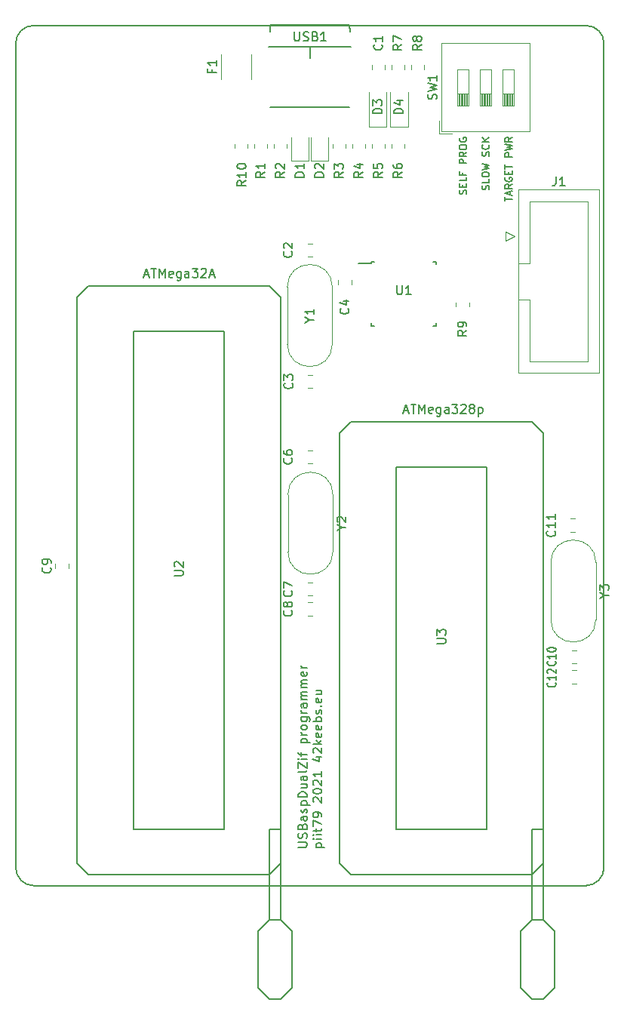
<source format=gbr>
%TF.GenerationSoftware,KiCad,Pcbnew,5.1.10-88a1d61d58~88~ubuntu21.04.1*%
%TF.CreationDate,2021-07-07T15:16:44+02:00*%
%TF.ProjectId,USBaspDualZif,55534261-7370-4447-9561-6c5a69662e6b,V1.0*%
%TF.SameCoordinates,Original*%
%TF.FileFunction,Legend,Top*%
%TF.FilePolarity,Positive*%
%FSLAX46Y46*%
G04 Gerber Fmt 4.6, Leading zero omitted, Abs format (unit mm)*
G04 Created by KiCad (PCBNEW 5.1.10-88a1d61d58~88~ubuntu21.04.1) date 2021-07-07 15:16:44*
%MOMM*%
%LPD*%
G01*
G04 APERTURE LIST*
%ADD10C,0.150000*%
%TA.AperFunction,Profile*%
%ADD11C,0.200000*%
%TD*%
%ADD12C,0.120000*%
G04 APERTURE END LIST*
D10*
X78510380Y-150603904D02*
X79319904Y-150603904D01*
X79415142Y-150556285D01*
X79462761Y-150508666D01*
X79510380Y-150413428D01*
X79510380Y-150222952D01*
X79462761Y-150127714D01*
X79415142Y-150080095D01*
X79319904Y-150032476D01*
X78510380Y-150032476D01*
X79462761Y-149603904D02*
X79510380Y-149461047D01*
X79510380Y-149222952D01*
X79462761Y-149127714D01*
X79415142Y-149080095D01*
X79319904Y-149032476D01*
X79224666Y-149032476D01*
X79129428Y-149080095D01*
X79081809Y-149127714D01*
X79034190Y-149222952D01*
X78986571Y-149413428D01*
X78938952Y-149508666D01*
X78891333Y-149556285D01*
X78796095Y-149603904D01*
X78700857Y-149603904D01*
X78605619Y-149556285D01*
X78558000Y-149508666D01*
X78510380Y-149413428D01*
X78510380Y-149175333D01*
X78558000Y-149032476D01*
X78986571Y-148270571D02*
X79034190Y-148127714D01*
X79081809Y-148080095D01*
X79177047Y-148032476D01*
X79319904Y-148032476D01*
X79415142Y-148080095D01*
X79462761Y-148127714D01*
X79510380Y-148222952D01*
X79510380Y-148603904D01*
X78510380Y-148603904D01*
X78510380Y-148270571D01*
X78558000Y-148175333D01*
X78605619Y-148127714D01*
X78700857Y-148080095D01*
X78796095Y-148080095D01*
X78891333Y-148127714D01*
X78938952Y-148175333D01*
X78986571Y-148270571D01*
X78986571Y-148603904D01*
X79510380Y-147175333D02*
X78986571Y-147175333D01*
X78891333Y-147222952D01*
X78843714Y-147318190D01*
X78843714Y-147508666D01*
X78891333Y-147603904D01*
X79462761Y-147175333D02*
X79510380Y-147270571D01*
X79510380Y-147508666D01*
X79462761Y-147603904D01*
X79367523Y-147651523D01*
X79272285Y-147651523D01*
X79177047Y-147603904D01*
X79129428Y-147508666D01*
X79129428Y-147270571D01*
X79081809Y-147175333D01*
X79462761Y-146746761D02*
X79510380Y-146651523D01*
X79510380Y-146461047D01*
X79462761Y-146365809D01*
X79367523Y-146318190D01*
X79319904Y-146318190D01*
X79224666Y-146365809D01*
X79177047Y-146461047D01*
X79177047Y-146603904D01*
X79129428Y-146699142D01*
X79034190Y-146746761D01*
X78986571Y-146746761D01*
X78891333Y-146699142D01*
X78843714Y-146603904D01*
X78843714Y-146461047D01*
X78891333Y-146365809D01*
X78843714Y-145889619D02*
X79843714Y-145889619D01*
X78891333Y-145889619D02*
X78843714Y-145794380D01*
X78843714Y-145603904D01*
X78891333Y-145508666D01*
X78938952Y-145461047D01*
X79034190Y-145413428D01*
X79319904Y-145413428D01*
X79415142Y-145461047D01*
X79462761Y-145508666D01*
X79510380Y-145603904D01*
X79510380Y-145794380D01*
X79462761Y-145889619D01*
X79510380Y-144984857D02*
X78510380Y-144984857D01*
X78510380Y-144746761D01*
X78558000Y-144603904D01*
X78653238Y-144508666D01*
X78748476Y-144461047D01*
X78938952Y-144413428D01*
X79081809Y-144413428D01*
X79272285Y-144461047D01*
X79367523Y-144508666D01*
X79462761Y-144603904D01*
X79510380Y-144746761D01*
X79510380Y-144984857D01*
X78843714Y-143556285D02*
X79510380Y-143556285D01*
X78843714Y-143984857D02*
X79367523Y-143984857D01*
X79462761Y-143937238D01*
X79510380Y-143842000D01*
X79510380Y-143699142D01*
X79462761Y-143603904D01*
X79415142Y-143556285D01*
X79510380Y-142651523D02*
X78986571Y-142651523D01*
X78891333Y-142699142D01*
X78843714Y-142794380D01*
X78843714Y-142984857D01*
X78891333Y-143080095D01*
X79462761Y-142651523D02*
X79510380Y-142746761D01*
X79510380Y-142984857D01*
X79462761Y-143080095D01*
X79367523Y-143127714D01*
X79272285Y-143127714D01*
X79177047Y-143080095D01*
X79129428Y-142984857D01*
X79129428Y-142746761D01*
X79081809Y-142651523D01*
X79510380Y-142032476D02*
X79462761Y-142127714D01*
X79367523Y-142175333D01*
X78510380Y-142175333D01*
X78510380Y-141746761D02*
X78510380Y-141080095D01*
X79510380Y-141746761D01*
X79510380Y-141080095D01*
X79510380Y-140699142D02*
X78843714Y-140699142D01*
X78510380Y-140699142D02*
X78558000Y-140746761D01*
X78605619Y-140699142D01*
X78558000Y-140651523D01*
X78510380Y-140699142D01*
X78605619Y-140699142D01*
X78843714Y-140365809D02*
X78843714Y-139984857D01*
X79510380Y-140222952D02*
X78653238Y-140222952D01*
X78558000Y-140175333D01*
X78510380Y-140080095D01*
X78510380Y-139984857D01*
X78843714Y-138889619D02*
X79843714Y-138889619D01*
X78891333Y-138889619D02*
X78843714Y-138794380D01*
X78843714Y-138603904D01*
X78891333Y-138508666D01*
X78938952Y-138461047D01*
X79034190Y-138413428D01*
X79319904Y-138413428D01*
X79415142Y-138461047D01*
X79462761Y-138508666D01*
X79510380Y-138603904D01*
X79510380Y-138794380D01*
X79462761Y-138889619D01*
X79510380Y-137984857D02*
X78843714Y-137984857D01*
X79034190Y-137984857D02*
X78938952Y-137937238D01*
X78891333Y-137889619D01*
X78843714Y-137794380D01*
X78843714Y-137699142D01*
X79510380Y-137222952D02*
X79462761Y-137318190D01*
X79415142Y-137365809D01*
X79319904Y-137413428D01*
X79034190Y-137413428D01*
X78938952Y-137365809D01*
X78891333Y-137318190D01*
X78843714Y-137222952D01*
X78843714Y-137080095D01*
X78891333Y-136984857D01*
X78938952Y-136937238D01*
X79034190Y-136889619D01*
X79319904Y-136889619D01*
X79415142Y-136937238D01*
X79462761Y-136984857D01*
X79510380Y-137080095D01*
X79510380Y-137222952D01*
X78843714Y-136032476D02*
X79653238Y-136032476D01*
X79748476Y-136080095D01*
X79796095Y-136127714D01*
X79843714Y-136222952D01*
X79843714Y-136365809D01*
X79796095Y-136461047D01*
X79462761Y-136032476D02*
X79510380Y-136127714D01*
X79510380Y-136318190D01*
X79462761Y-136413428D01*
X79415142Y-136461047D01*
X79319904Y-136508666D01*
X79034190Y-136508666D01*
X78938952Y-136461047D01*
X78891333Y-136413428D01*
X78843714Y-136318190D01*
X78843714Y-136127714D01*
X78891333Y-136032476D01*
X79510380Y-135556285D02*
X78843714Y-135556285D01*
X79034190Y-135556285D02*
X78938952Y-135508666D01*
X78891333Y-135461047D01*
X78843714Y-135365809D01*
X78843714Y-135270571D01*
X79510380Y-134508666D02*
X78986571Y-134508666D01*
X78891333Y-134556285D01*
X78843714Y-134651523D01*
X78843714Y-134842000D01*
X78891333Y-134937238D01*
X79462761Y-134508666D02*
X79510380Y-134603904D01*
X79510380Y-134842000D01*
X79462761Y-134937238D01*
X79367523Y-134984857D01*
X79272285Y-134984857D01*
X79177047Y-134937238D01*
X79129428Y-134842000D01*
X79129428Y-134603904D01*
X79081809Y-134508666D01*
X79510380Y-134032476D02*
X78843714Y-134032476D01*
X78938952Y-134032476D02*
X78891333Y-133984857D01*
X78843714Y-133889619D01*
X78843714Y-133746761D01*
X78891333Y-133651523D01*
X78986571Y-133603904D01*
X79510380Y-133603904D01*
X78986571Y-133603904D02*
X78891333Y-133556285D01*
X78843714Y-133461047D01*
X78843714Y-133318190D01*
X78891333Y-133222952D01*
X78986571Y-133175333D01*
X79510380Y-133175333D01*
X79510380Y-132699142D02*
X78843714Y-132699142D01*
X78938952Y-132699142D02*
X78891333Y-132651523D01*
X78843714Y-132556285D01*
X78843714Y-132413428D01*
X78891333Y-132318190D01*
X78986571Y-132270571D01*
X79510380Y-132270571D01*
X78986571Y-132270571D02*
X78891333Y-132222952D01*
X78843714Y-132127714D01*
X78843714Y-131984857D01*
X78891333Y-131889619D01*
X78986571Y-131842000D01*
X79510380Y-131842000D01*
X79462761Y-130984857D02*
X79510380Y-131080095D01*
X79510380Y-131270571D01*
X79462761Y-131365809D01*
X79367523Y-131413428D01*
X78986571Y-131413428D01*
X78891333Y-131365809D01*
X78843714Y-131270571D01*
X78843714Y-131080095D01*
X78891333Y-130984857D01*
X78986571Y-130937238D01*
X79081809Y-130937238D01*
X79177047Y-131413428D01*
X79510380Y-130508666D02*
X78843714Y-130508666D01*
X79034190Y-130508666D02*
X78938952Y-130461047D01*
X78891333Y-130413428D01*
X78843714Y-130318190D01*
X78843714Y-130222952D01*
X80493714Y-150603904D02*
X81493714Y-150603904D01*
X80541333Y-150603904D02*
X80493714Y-150508666D01*
X80493714Y-150318190D01*
X80541333Y-150222952D01*
X80588952Y-150175333D01*
X80684190Y-150127714D01*
X80969904Y-150127714D01*
X81065142Y-150175333D01*
X81112761Y-150222952D01*
X81160380Y-150318190D01*
X81160380Y-150508666D01*
X81112761Y-150603904D01*
X81160380Y-149699142D02*
X80493714Y-149699142D01*
X80160380Y-149699142D02*
X80208000Y-149746761D01*
X80255619Y-149699142D01*
X80208000Y-149651523D01*
X80160380Y-149699142D01*
X80255619Y-149699142D01*
X81160380Y-149222952D02*
X80493714Y-149222952D01*
X80160380Y-149222952D02*
X80208000Y-149270571D01*
X80255619Y-149222952D01*
X80208000Y-149175333D01*
X80160380Y-149222952D01*
X80255619Y-149222952D01*
X80493714Y-148889619D02*
X80493714Y-148508666D01*
X80160380Y-148746761D02*
X81017523Y-148746761D01*
X81112761Y-148699142D01*
X81160380Y-148603904D01*
X81160380Y-148508666D01*
X80160380Y-148270571D02*
X80160380Y-147603904D01*
X81160380Y-148032476D01*
X81160380Y-147175333D02*
X81160380Y-146984857D01*
X81112761Y-146889619D01*
X81065142Y-146842000D01*
X80922285Y-146746761D01*
X80731809Y-146699142D01*
X80350857Y-146699142D01*
X80255619Y-146746761D01*
X80208000Y-146794380D01*
X80160380Y-146889619D01*
X80160380Y-147080095D01*
X80208000Y-147175333D01*
X80255619Y-147222952D01*
X80350857Y-147270571D01*
X80588952Y-147270571D01*
X80684190Y-147222952D01*
X80731809Y-147175333D01*
X80779428Y-147080095D01*
X80779428Y-146889619D01*
X80731809Y-146794380D01*
X80684190Y-146746761D01*
X80588952Y-146699142D01*
X80255619Y-145556285D02*
X80208000Y-145508666D01*
X80160380Y-145413428D01*
X80160380Y-145175333D01*
X80208000Y-145080095D01*
X80255619Y-145032476D01*
X80350857Y-144984857D01*
X80446095Y-144984857D01*
X80588952Y-145032476D01*
X81160380Y-145603904D01*
X81160380Y-144984857D01*
X80160380Y-144365809D02*
X80160380Y-144270571D01*
X80208000Y-144175333D01*
X80255619Y-144127714D01*
X80350857Y-144080095D01*
X80541333Y-144032476D01*
X80779428Y-144032476D01*
X80969904Y-144080095D01*
X81065142Y-144127714D01*
X81112761Y-144175333D01*
X81160380Y-144270571D01*
X81160380Y-144365809D01*
X81112761Y-144461047D01*
X81065142Y-144508666D01*
X80969904Y-144556285D01*
X80779428Y-144603904D01*
X80541333Y-144603904D01*
X80350857Y-144556285D01*
X80255619Y-144508666D01*
X80208000Y-144461047D01*
X80160380Y-144365809D01*
X80255619Y-143651523D02*
X80208000Y-143603904D01*
X80160380Y-143508666D01*
X80160380Y-143270571D01*
X80208000Y-143175333D01*
X80255619Y-143127714D01*
X80350857Y-143080095D01*
X80446095Y-143080095D01*
X80588952Y-143127714D01*
X81160380Y-143699142D01*
X81160380Y-143080095D01*
X81160380Y-142127714D02*
X81160380Y-142699142D01*
X81160380Y-142413428D02*
X80160380Y-142413428D01*
X80303238Y-142508666D01*
X80398476Y-142603904D01*
X80446095Y-142699142D01*
X80493714Y-140508666D02*
X81160380Y-140508666D01*
X80112761Y-140746761D02*
X80827047Y-140984857D01*
X80827047Y-140365809D01*
X80255619Y-140032476D02*
X80208000Y-139984857D01*
X80160380Y-139889619D01*
X80160380Y-139651523D01*
X80208000Y-139556285D01*
X80255619Y-139508666D01*
X80350857Y-139461047D01*
X80446095Y-139461047D01*
X80588952Y-139508666D01*
X81160380Y-140080095D01*
X81160380Y-139461047D01*
X81160380Y-139032476D02*
X80160380Y-139032476D01*
X80779428Y-138937238D02*
X81160380Y-138651523D01*
X80493714Y-138651523D02*
X80874666Y-139032476D01*
X81112761Y-137842000D02*
X81160380Y-137937238D01*
X81160380Y-138127714D01*
X81112761Y-138222952D01*
X81017523Y-138270571D01*
X80636571Y-138270571D01*
X80541333Y-138222952D01*
X80493714Y-138127714D01*
X80493714Y-137937238D01*
X80541333Y-137842000D01*
X80636571Y-137794380D01*
X80731809Y-137794380D01*
X80827047Y-138270571D01*
X81112761Y-136984857D02*
X81160380Y-137080095D01*
X81160380Y-137270571D01*
X81112761Y-137365809D01*
X81017523Y-137413428D01*
X80636571Y-137413428D01*
X80541333Y-137365809D01*
X80493714Y-137270571D01*
X80493714Y-137080095D01*
X80541333Y-136984857D01*
X80636571Y-136937238D01*
X80731809Y-136937238D01*
X80827047Y-137413428D01*
X81160380Y-136508666D02*
X80160380Y-136508666D01*
X80541333Y-136508666D02*
X80493714Y-136413428D01*
X80493714Y-136222952D01*
X80541333Y-136127714D01*
X80588952Y-136080095D01*
X80684190Y-136032476D01*
X80969904Y-136032476D01*
X81065142Y-136080095D01*
X81112761Y-136127714D01*
X81160380Y-136222952D01*
X81160380Y-136413428D01*
X81112761Y-136508666D01*
X81112761Y-135651523D02*
X81160380Y-135556285D01*
X81160380Y-135365809D01*
X81112761Y-135270571D01*
X81017523Y-135222952D01*
X80969904Y-135222952D01*
X80874666Y-135270571D01*
X80827047Y-135365809D01*
X80827047Y-135508666D01*
X80779428Y-135603904D01*
X80684190Y-135651523D01*
X80636571Y-135651523D01*
X80541333Y-135603904D01*
X80493714Y-135508666D01*
X80493714Y-135365809D01*
X80541333Y-135270571D01*
X81065142Y-134794380D02*
X81112761Y-134746761D01*
X81160380Y-134794380D01*
X81112761Y-134842000D01*
X81065142Y-134794380D01*
X81160380Y-134794380D01*
X81112761Y-133937238D02*
X81160380Y-134032476D01*
X81160380Y-134222952D01*
X81112761Y-134318190D01*
X81017523Y-134365809D01*
X80636571Y-134365809D01*
X80541333Y-134318190D01*
X80493714Y-134222952D01*
X80493714Y-134032476D01*
X80541333Y-133937238D01*
X80636571Y-133889619D01*
X80731809Y-133889619D01*
X80827047Y-134365809D01*
X80493714Y-133032476D02*
X81160380Y-133032476D01*
X80493714Y-133461047D02*
X81017523Y-133461047D01*
X81112761Y-133413428D01*
X81160380Y-133318190D01*
X81160380Y-133175333D01*
X81112761Y-133080095D01*
X81065142Y-133032476D01*
X90400738Y-101639666D02*
X90876928Y-101639666D01*
X90305500Y-101925380D02*
X90638833Y-100925380D01*
X90972166Y-101925380D01*
X91162642Y-100925380D02*
X91734071Y-100925380D01*
X91448357Y-101925380D02*
X91448357Y-100925380D01*
X92067404Y-101925380D02*
X92067404Y-100925380D01*
X92400738Y-101639666D01*
X92734071Y-100925380D01*
X92734071Y-101925380D01*
X93591214Y-101877761D02*
X93495976Y-101925380D01*
X93305500Y-101925380D01*
X93210261Y-101877761D01*
X93162642Y-101782523D01*
X93162642Y-101401571D01*
X93210261Y-101306333D01*
X93305500Y-101258714D01*
X93495976Y-101258714D01*
X93591214Y-101306333D01*
X93638833Y-101401571D01*
X93638833Y-101496809D01*
X93162642Y-101592047D01*
X94495976Y-101258714D02*
X94495976Y-102068238D01*
X94448357Y-102163476D01*
X94400738Y-102211095D01*
X94305500Y-102258714D01*
X94162642Y-102258714D01*
X94067404Y-102211095D01*
X94495976Y-101877761D02*
X94400738Y-101925380D01*
X94210261Y-101925380D01*
X94115023Y-101877761D01*
X94067404Y-101830142D01*
X94019785Y-101734904D01*
X94019785Y-101449190D01*
X94067404Y-101353952D01*
X94115023Y-101306333D01*
X94210261Y-101258714D01*
X94400738Y-101258714D01*
X94495976Y-101306333D01*
X95400738Y-101925380D02*
X95400738Y-101401571D01*
X95353119Y-101306333D01*
X95257880Y-101258714D01*
X95067404Y-101258714D01*
X94972166Y-101306333D01*
X95400738Y-101877761D02*
X95305500Y-101925380D01*
X95067404Y-101925380D01*
X94972166Y-101877761D01*
X94924547Y-101782523D01*
X94924547Y-101687285D01*
X94972166Y-101592047D01*
X95067404Y-101544428D01*
X95305500Y-101544428D01*
X95400738Y-101496809D01*
X95781690Y-100925380D02*
X96400738Y-100925380D01*
X96067404Y-101306333D01*
X96210261Y-101306333D01*
X96305500Y-101353952D01*
X96353119Y-101401571D01*
X96400738Y-101496809D01*
X96400738Y-101734904D01*
X96353119Y-101830142D01*
X96305500Y-101877761D01*
X96210261Y-101925380D01*
X95924547Y-101925380D01*
X95829309Y-101877761D01*
X95781690Y-101830142D01*
X96781690Y-101020619D02*
X96829309Y-100973000D01*
X96924547Y-100925380D01*
X97162642Y-100925380D01*
X97257880Y-100973000D01*
X97305500Y-101020619D01*
X97353119Y-101115857D01*
X97353119Y-101211095D01*
X97305500Y-101353952D01*
X96734071Y-101925380D01*
X97353119Y-101925380D01*
X97924547Y-101353952D02*
X97829309Y-101306333D01*
X97781690Y-101258714D01*
X97734071Y-101163476D01*
X97734071Y-101115857D01*
X97781690Y-101020619D01*
X97829309Y-100973000D01*
X97924547Y-100925380D01*
X98115023Y-100925380D01*
X98210261Y-100973000D01*
X98257880Y-101020619D01*
X98305500Y-101115857D01*
X98305500Y-101163476D01*
X98257880Y-101258714D01*
X98210261Y-101306333D01*
X98115023Y-101353952D01*
X97924547Y-101353952D01*
X97829309Y-101401571D01*
X97781690Y-101449190D01*
X97734071Y-101544428D01*
X97734071Y-101734904D01*
X97781690Y-101830142D01*
X97829309Y-101877761D01*
X97924547Y-101925380D01*
X98115023Y-101925380D01*
X98210261Y-101877761D01*
X98257880Y-101830142D01*
X98305500Y-101734904D01*
X98305500Y-101544428D01*
X98257880Y-101449190D01*
X98210261Y-101401571D01*
X98115023Y-101353952D01*
X98734071Y-101258714D02*
X98734071Y-102258714D01*
X98734071Y-101306333D02*
X98829309Y-101258714D01*
X99019785Y-101258714D01*
X99115023Y-101306333D01*
X99162642Y-101353952D01*
X99210261Y-101449190D01*
X99210261Y-101734904D01*
X99162642Y-101830142D01*
X99115023Y-101877761D01*
X99019785Y-101925380D01*
X98829309Y-101925380D01*
X98734071Y-101877761D01*
X61246238Y-86399666D02*
X61722428Y-86399666D01*
X61151000Y-86685380D02*
X61484333Y-85685380D01*
X61817666Y-86685380D01*
X62008142Y-85685380D02*
X62579571Y-85685380D01*
X62293857Y-86685380D02*
X62293857Y-85685380D01*
X62912904Y-86685380D02*
X62912904Y-85685380D01*
X63246238Y-86399666D01*
X63579571Y-85685380D01*
X63579571Y-86685380D01*
X64436714Y-86637761D02*
X64341476Y-86685380D01*
X64151000Y-86685380D01*
X64055761Y-86637761D01*
X64008142Y-86542523D01*
X64008142Y-86161571D01*
X64055761Y-86066333D01*
X64151000Y-86018714D01*
X64341476Y-86018714D01*
X64436714Y-86066333D01*
X64484333Y-86161571D01*
X64484333Y-86256809D01*
X64008142Y-86352047D01*
X65341476Y-86018714D02*
X65341476Y-86828238D01*
X65293857Y-86923476D01*
X65246238Y-86971095D01*
X65151000Y-87018714D01*
X65008142Y-87018714D01*
X64912904Y-86971095D01*
X65341476Y-86637761D02*
X65246238Y-86685380D01*
X65055761Y-86685380D01*
X64960523Y-86637761D01*
X64912904Y-86590142D01*
X64865285Y-86494904D01*
X64865285Y-86209190D01*
X64912904Y-86113952D01*
X64960523Y-86066333D01*
X65055761Y-86018714D01*
X65246238Y-86018714D01*
X65341476Y-86066333D01*
X66246238Y-86685380D02*
X66246238Y-86161571D01*
X66198619Y-86066333D01*
X66103380Y-86018714D01*
X65912904Y-86018714D01*
X65817666Y-86066333D01*
X66246238Y-86637761D02*
X66151000Y-86685380D01*
X65912904Y-86685380D01*
X65817666Y-86637761D01*
X65770047Y-86542523D01*
X65770047Y-86447285D01*
X65817666Y-86352047D01*
X65912904Y-86304428D01*
X66151000Y-86304428D01*
X66246238Y-86256809D01*
X66627190Y-85685380D02*
X67246238Y-85685380D01*
X66912904Y-86066333D01*
X67055761Y-86066333D01*
X67151000Y-86113952D01*
X67198619Y-86161571D01*
X67246238Y-86256809D01*
X67246238Y-86494904D01*
X67198619Y-86590142D01*
X67151000Y-86637761D01*
X67055761Y-86685380D01*
X66770047Y-86685380D01*
X66674809Y-86637761D01*
X66627190Y-86590142D01*
X67627190Y-85780619D02*
X67674809Y-85733000D01*
X67770047Y-85685380D01*
X68008142Y-85685380D01*
X68103380Y-85733000D01*
X68151000Y-85780619D01*
X68198619Y-85875857D01*
X68198619Y-85971095D01*
X68151000Y-86113952D01*
X67579571Y-86685380D01*
X68198619Y-86685380D01*
X68579571Y-86399666D02*
X69055761Y-86399666D01*
X68484333Y-86685380D02*
X68817666Y-85685380D01*
X69151000Y-86685380D01*
X101733404Y-78112690D02*
X101733404Y-77655547D01*
X102533404Y-77884119D02*
X101733404Y-77884119D01*
X102304833Y-77426976D02*
X102304833Y-77046023D01*
X102533404Y-77503166D02*
X101733404Y-77236500D01*
X102533404Y-76969833D01*
X102533404Y-76246023D02*
X102152452Y-76512690D01*
X102533404Y-76703166D02*
X101733404Y-76703166D01*
X101733404Y-76398404D01*
X101771500Y-76322214D01*
X101809595Y-76284119D01*
X101885785Y-76246023D01*
X102000071Y-76246023D01*
X102076261Y-76284119D01*
X102114357Y-76322214D01*
X102152452Y-76398404D01*
X102152452Y-76703166D01*
X101771500Y-75484119D02*
X101733404Y-75560309D01*
X101733404Y-75674595D01*
X101771500Y-75788880D01*
X101847690Y-75865071D01*
X101923880Y-75903166D01*
X102076261Y-75941261D01*
X102190547Y-75941261D01*
X102342928Y-75903166D01*
X102419119Y-75865071D01*
X102495309Y-75788880D01*
X102533404Y-75674595D01*
X102533404Y-75598404D01*
X102495309Y-75484119D01*
X102457214Y-75446023D01*
X102190547Y-75446023D01*
X102190547Y-75598404D01*
X102114357Y-75103166D02*
X102114357Y-74836500D01*
X102533404Y-74722214D02*
X102533404Y-75103166D01*
X101733404Y-75103166D01*
X101733404Y-74722214D01*
X101733404Y-74493642D02*
X101733404Y-74036500D01*
X102533404Y-74265071D02*
X101733404Y-74265071D01*
X102533404Y-73160309D02*
X101733404Y-73160309D01*
X101733404Y-72855547D01*
X101771500Y-72779357D01*
X101809595Y-72741261D01*
X101885785Y-72703166D01*
X102000071Y-72703166D01*
X102076261Y-72741261D01*
X102114357Y-72779357D01*
X102152452Y-72855547D01*
X102152452Y-73160309D01*
X101733404Y-72436500D02*
X102533404Y-72246023D01*
X101961976Y-72093642D01*
X102533404Y-71941261D01*
X101733404Y-71750785D01*
X102533404Y-70988880D02*
X102152452Y-71255547D01*
X102533404Y-71446023D02*
X101733404Y-71446023D01*
X101733404Y-71141261D01*
X101771500Y-71065071D01*
X101809595Y-71026976D01*
X101885785Y-70988880D01*
X102000071Y-70988880D01*
X102076261Y-71026976D01*
X102114357Y-71065071D01*
X102152452Y-71141261D01*
X102152452Y-71446023D01*
X99917209Y-76817452D02*
X99955304Y-76703166D01*
X99955304Y-76512690D01*
X99917209Y-76436500D01*
X99879114Y-76398404D01*
X99802923Y-76360309D01*
X99726733Y-76360309D01*
X99650542Y-76398404D01*
X99612447Y-76436500D01*
X99574352Y-76512690D01*
X99536257Y-76665071D01*
X99498161Y-76741261D01*
X99460066Y-76779357D01*
X99383876Y-76817452D01*
X99307685Y-76817452D01*
X99231495Y-76779357D01*
X99193400Y-76741261D01*
X99155304Y-76665071D01*
X99155304Y-76474595D01*
X99193400Y-76360309D01*
X99955304Y-75636500D02*
X99955304Y-76017452D01*
X99155304Y-76017452D01*
X99155304Y-75217452D02*
X99155304Y-75065071D01*
X99193400Y-74988880D01*
X99269590Y-74912690D01*
X99421971Y-74874595D01*
X99688638Y-74874595D01*
X99841019Y-74912690D01*
X99917209Y-74988880D01*
X99955304Y-75065071D01*
X99955304Y-75217452D01*
X99917209Y-75293642D01*
X99841019Y-75369833D01*
X99688638Y-75407928D01*
X99421971Y-75407928D01*
X99269590Y-75369833D01*
X99193400Y-75293642D01*
X99155304Y-75217452D01*
X99155304Y-74607928D02*
X99955304Y-74417452D01*
X99383876Y-74265071D01*
X99955304Y-74112690D01*
X99155304Y-73922214D01*
X99917209Y-73046023D02*
X99955304Y-72931738D01*
X99955304Y-72741261D01*
X99917209Y-72665071D01*
X99879114Y-72626976D01*
X99802923Y-72588880D01*
X99726733Y-72588880D01*
X99650542Y-72626976D01*
X99612447Y-72665071D01*
X99574352Y-72741261D01*
X99536257Y-72893642D01*
X99498161Y-72969833D01*
X99460066Y-73007928D01*
X99383876Y-73046023D01*
X99307685Y-73046023D01*
X99231495Y-73007928D01*
X99193400Y-72969833D01*
X99155304Y-72893642D01*
X99155304Y-72703166D01*
X99193400Y-72588880D01*
X99879114Y-71788880D02*
X99917209Y-71826976D01*
X99955304Y-71941261D01*
X99955304Y-72017452D01*
X99917209Y-72131738D01*
X99841019Y-72207928D01*
X99764828Y-72246023D01*
X99612447Y-72284119D01*
X99498161Y-72284119D01*
X99345780Y-72246023D01*
X99269590Y-72207928D01*
X99193400Y-72131738D01*
X99155304Y-72017452D01*
X99155304Y-71941261D01*
X99193400Y-71826976D01*
X99231495Y-71788880D01*
X99955304Y-71446023D02*
X99155304Y-71446023D01*
X99955304Y-70988880D02*
X99498161Y-71331738D01*
X99155304Y-70988880D02*
X99612447Y-71446023D01*
X97351809Y-77350785D02*
X97389904Y-77236500D01*
X97389904Y-77046023D01*
X97351809Y-76969833D01*
X97313714Y-76931738D01*
X97237523Y-76893642D01*
X97161333Y-76893642D01*
X97085142Y-76931738D01*
X97047047Y-76969833D01*
X97008952Y-77046023D01*
X96970857Y-77198404D01*
X96932761Y-77274595D01*
X96894666Y-77312690D01*
X96818476Y-77350785D01*
X96742285Y-77350785D01*
X96666095Y-77312690D01*
X96628000Y-77274595D01*
X96589904Y-77198404D01*
X96589904Y-77007928D01*
X96628000Y-76893642D01*
X96970857Y-76550785D02*
X96970857Y-76284119D01*
X97389904Y-76169833D02*
X97389904Y-76550785D01*
X96589904Y-76550785D01*
X96589904Y-76169833D01*
X97389904Y-75446023D02*
X97389904Y-75826976D01*
X96589904Y-75826976D01*
X96970857Y-74912690D02*
X96970857Y-75179357D01*
X97389904Y-75179357D02*
X96589904Y-75179357D01*
X96589904Y-74798404D01*
X97389904Y-73884119D02*
X96589904Y-73884119D01*
X96589904Y-73579357D01*
X96628000Y-73503166D01*
X96666095Y-73465071D01*
X96742285Y-73426976D01*
X96856571Y-73426976D01*
X96932761Y-73465071D01*
X96970857Y-73503166D01*
X97008952Y-73579357D01*
X97008952Y-73884119D01*
X97389904Y-72626976D02*
X97008952Y-72893642D01*
X97389904Y-73084119D02*
X96589904Y-73084119D01*
X96589904Y-72779357D01*
X96628000Y-72703166D01*
X96666095Y-72665071D01*
X96742285Y-72626976D01*
X96856571Y-72626976D01*
X96932761Y-72665071D01*
X96970857Y-72703166D01*
X97008952Y-72779357D01*
X97008952Y-73084119D01*
X96589904Y-72131738D02*
X96589904Y-71979357D01*
X96628000Y-71903166D01*
X96704190Y-71826976D01*
X96856571Y-71788880D01*
X97123238Y-71788880D01*
X97275619Y-71826976D01*
X97351809Y-71903166D01*
X97389904Y-71979357D01*
X97389904Y-72131738D01*
X97351809Y-72207928D01*
X97275619Y-72284119D01*
X97123238Y-72322214D01*
X96856571Y-72322214D01*
X96704190Y-72284119D01*
X96628000Y-72207928D01*
X96589904Y-72131738D01*
X96628000Y-71026976D02*
X96589904Y-71103166D01*
X96589904Y-71217452D01*
X96628000Y-71331738D01*
X96704190Y-71407928D01*
X96780380Y-71446023D01*
X96932761Y-71484119D01*
X97047047Y-71484119D01*
X97199428Y-71446023D01*
X97275619Y-71407928D01*
X97351809Y-71331738D01*
X97389904Y-71217452D01*
X97389904Y-71141261D01*
X97351809Y-71026976D01*
X97313714Y-70988880D01*
X97047047Y-70988880D01*
X97047047Y-71141261D01*
D11*
X48821500Y-58418500D02*
G75*
G03*
X46821500Y-60418500I0J-2000000D01*
G01*
X46821500Y-152917500D02*
G75*
G03*
X48821500Y-154917500I2000000J0D01*
G01*
X110823500Y-154916000D02*
G75*
G03*
X112823500Y-152916000I0J2000000D01*
G01*
X112823500Y-60420000D02*
G75*
G03*
X110823500Y-58420000I-2000000J0D01*
G01*
X46821500Y-152917500D02*
X46821500Y-60418500D01*
X110823500Y-154916000D02*
X48821500Y-154917500D01*
X112823500Y-60420000D02*
X112823500Y-152916000D01*
X48821500Y-58418500D02*
X110823500Y-58420000D01*
D10*
X79819500Y-60833000D02*
X79819500Y-62103000D01*
X84294500Y-58323000D02*
X84299500Y-59083000D01*
X84294500Y-58323000D02*
X75344500Y-58323000D01*
X75339500Y-59083000D02*
X75344500Y-58323000D01*
X84294500Y-67556500D02*
X75344500Y-67556500D01*
X84444500Y-60833000D02*
X75194500Y-60833000D01*
D12*
X106860100Y-118670800D02*
X106860100Y-125070800D01*
X111910100Y-118670800D02*
X111910100Y-125070800D01*
X106860100Y-125070800D02*
G75*
G03*
X111910100Y-125070800I2525000J0D01*
G01*
X106860100Y-118670800D02*
G75*
G02*
X111910100Y-118670800I2525000J0D01*
G01*
X77358000Y-111063500D02*
X77358000Y-117463500D01*
X82408000Y-111063500D02*
X82408000Y-117463500D01*
X77358000Y-117463500D02*
G75*
G03*
X82408000Y-117463500I2525000J0D01*
G01*
X77358000Y-111063500D02*
G75*
G02*
X82408000Y-111063500I2525000J0D01*
G01*
X77294500Y-87759000D02*
X77294500Y-94159000D01*
X82344500Y-87759000D02*
X82344500Y-94159000D01*
X77294500Y-94159000D02*
G75*
G03*
X82344500Y-94159000I2525000J0D01*
G01*
X77294500Y-87759000D02*
G75*
G02*
X82344500Y-87759000I2525000J0D01*
G01*
D10*
X99695000Y-148585000D02*
X99695000Y-107945000D01*
X99695000Y-107945000D02*
X89535000Y-107945000D01*
X89535000Y-107945000D02*
X89535000Y-148585000D01*
X89535000Y-148585000D02*
X99695000Y-148585000D01*
X104775000Y-158745000D02*
X104775000Y-148585000D01*
X104775000Y-148585000D02*
X106045000Y-148585000D01*
X84455000Y-102865000D02*
X83185000Y-104135000D01*
X83185000Y-104135000D02*
X83185000Y-152395000D01*
X83185000Y-152395000D02*
X84455000Y-153665000D01*
X84455000Y-153665000D02*
X104775000Y-153665000D01*
X104775000Y-153665000D02*
X106045000Y-152395000D01*
X106045000Y-152395000D02*
X106045000Y-104135000D01*
X106045000Y-104135000D02*
X104775000Y-102865000D01*
X104775000Y-102865000D02*
X84455000Y-102865000D01*
X106045000Y-158745000D02*
X106045000Y-152395000D01*
X106045000Y-158745000D02*
X104775000Y-158745000D01*
X104775000Y-158745000D02*
X103505000Y-160015000D01*
X103505000Y-160015000D02*
X103505000Y-166365000D01*
X103505000Y-166365000D02*
X104775000Y-167635000D01*
X104775000Y-167635000D02*
X106045000Y-167635000D01*
X106045000Y-167635000D02*
X107315000Y-166365000D01*
X107315000Y-166365000D02*
X107315000Y-160015000D01*
X107315000Y-160015000D02*
X106045000Y-158745000D01*
X86735500Y-84909500D02*
X86735500Y-85134500D01*
X93985500Y-84909500D02*
X93985500Y-85234500D01*
X93985500Y-92159500D02*
X93985500Y-91834500D01*
X86735500Y-92159500D02*
X86735500Y-91834500D01*
X86735500Y-84909500D02*
X87060500Y-84909500D01*
X86735500Y-92159500D02*
X87060500Y-92159500D01*
X93985500Y-92159500D02*
X93660500Y-92159500D01*
X93985500Y-84909500D02*
X93660500Y-84909500D01*
X86735500Y-85134500D02*
X85310500Y-85134500D01*
D12*
X101809500Y-82542000D02*
X102809500Y-82042000D01*
X101809500Y-81542000D02*
X101809500Y-82542000D01*
X102809500Y-82042000D02*
X101809500Y-81542000D01*
X104509500Y-89172000D02*
X103199500Y-89172000D01*
X104509500Y-89172000D02*
X104509500Y-89172000D01*
X104509500Y-96112000D02*
X104509500Y-89172000D01*
X111009500Y-96112000D02*
X104509500Y-96112000D01*
X111009500Y-78132000D02*
X111009500Y-96112000D01*
X104509500Y-78132000D02*
X111009500Y-78132000D01*
X104509500Y-85072000D02*
X104509500Y-78132000D01*
X103199500Y-85072000D02*
X104509500Y-85072000D01*
X103199500Y-97412000D02*
X103199500Y-76832000D01*
X112319500Y-97412000D02*
X103199500Y-97412000D01*
X112319500Y-76832000D02*
X112319500Y-97412000D01*
X103199500Y-76832000D02*
X112319500Y-76832000D01*
X88819500Y-69795500D02*
X88819500Y-65895500D01*
X90819500Y-69795500D02*
X90819500Y-65895500D01*
X88819500Y-69795500D02*
X90819500Y-69795500D01*
X86419500Y-69795500D02*
X86419500Y-65895500D01*
X88419500Y-69795500D02*
X88419500Y-65895500D01*
X86419500Y-69795500D02*
X88419500Y-69795500D01*
X101473000Y-66018167D02*
X102743000Y-66018167D01*
X102673000Y-67371500D02*
X102673000Y-66018167D01*
X102553000Y-67371500D02*
X102553000Y-66018167D01*
X102433000Y-67371500D02*
X102433000Y-66018167D01*
X102313000Y-67371500D02*
X102313000Y-66018167D01*
X102193000Y-67371500D02*
X102193000Y-66018167D01*
X102073000Y-67371500D02*
X102073000Y-66018167D01*
X101953000Y-67371500D02*
X101953000Y-66018167D01*
X101833000Y-67371500D02*
X101833000Y-66018167D01*
X101713000Y-67371500D02*
X101713000Y-66018167D01*
X101593000Y-67371500D02*
X101593000Y-66018167D01*
X101473000Y-63311500D02*
X101473000Y-67371500D01*
X102743000Y-63311500D02*
X101473000Y-63311500D01*
X102743000Y-67371500D02*
X102743000Y-63311500D01*
X101473000Y-67371500D02*
X102743000Y-67371500D01*
X98933000Y-66018167D02*
X100203000Y-66018167D01*
X100133000Y-67371500D02*
X100133000Y-66018167D01*
X100013000Y-67371500D02*
X100013000Y-66018167D01*
X99893000Y-67371500D02*
X99893000Y-66018167D01*
X99773000Y-67371500D02*
X99773000Y-66018167D01*
X99653000Y-67371500D02*
X99653000Y-66018167D01*
X99533000Y-67371500D02*
X99533000Y-66018167D01*
X99413000Y-67371500D02*
X99413000Y-66018167D01*
X99293000Y-67371500D02*
X99293000Y-66018167D01*
X99173000Y-67371500D02*
X99173000Y-66018167D01*
X99053000Y-67371500D02*
X99053000Y-66018167D01*
X98933000Y-63311500D02*
X98933000Y-67371500D01*
X100203000Y-63311500D02*
X98933000Y-63311500D01*
X100203000Y-67371500D02*
X100203000Y-63311500D01*
X98933000Y-67371500D02*
X100203000Y-67371500D01*
X96393000Y-66018167D02*
X97663000Y-66018167D01*
X97593000Y-67371500D02*
X97593000Y-66018167D01*
X97473000Y-67371500D02*
X97473000Y-66018167D01*
X97353000Y-67371500D02*
X97353000Y-66018167D01*
X97233000Y-67371500D02*
X97233000Y-66018167D01*
X97113000Y-67371500D02*
X97113000Y-66018167D01*
X96993000Y-67371500D02*
X96993000Y-66018167D01*
X96873000Y-67371500D02*
X96873000Y-66018167D01*
X96753000Y-67371500D02*
X96753000Y-66018167D01*
X96633000Y-67371500D02*
X96633000Y-66018167D01*
X96513000Y-67371500D02*
X96513000Y-66018167D01*
X96393000Y-63311500D02*
X96393000Y-67371500D01*
X97663000Y-63311500D02*
X96393000Y-63311500D01*
X97663000Y-67371500D02*
X97663000Y-63311500D01*
X96393000Y-67371500D02*
X97663000Y-67371500D01*
X94368000Y-70531500D02*
X95751000Y-70531500D01*
X94368000Y-70531500D02*
X94368000Y-69147500D01*
X94608000Y-60391500D02*
X104528000Y-60391500D01*
X94608000Y-70291500D02*
X104528000Y-70291500D01*
X104528000Y-70291500D02*
X104528000Y-60391500D01*
X94608000Y-70291500D02*
X94608000Y-60391500D01*
X71384500Y-71718436D02*
X71384500Y-72172564D01*
X72854500Y-71718436D02*
X72854500Y-72172564D01*
X73274500Y-64441752D02*
X73274500Y-61669248D01*
X69854500Y-64441752D02*
X69854500Y-61669248D01*
X90454500Y-72172564D02*
X90454500Y-71718436D01*
X88984500Y-72172564D02*
X88984500Y-71718436D01*
X88254500Y-72172564D02*
X88254500Y-71718436D01*
X86784500Y-72172564D02*
X86784500Y-71718436D01*
X86054500Y-72172564D02*
X86054500Y-71718436D01*
X84584500Y-72172564D02*
X84584500Y-71718436D01*
X82384500Y-71718436D02*
X82384500Y-72172564D01*
X83854500Y-71718436D02*
X83854500Y-72172564D01*
X75784500Y-71718436D02*
X75784500Y-72172564D01*
X77254500Y-71718436D02*
X77254500Y-72172564D01*
X73584500Y-71718436D02*
X73584500Y-72172564D01*
X75054500Y-71718436D02*
X75054500Y-72172564D01*
X81879500Y-73630500D02*
X81879500Y-70945500D01*
X79959500Y-73630500D02*
X81879500Y-73630500D01*
X79959500Y-70945500D02*
X79959500Y-73630500D01*
X79679500Y-73630500D02*
X79679500Y-70945500D01*
X77759500Y-73630500D02*
X79679500Y-73630500D01*
X77759500Y-70945500D02*
X77759500Y-73630500D01*
X84491500Y-87462252D02*
X84491500Y-86939748D01*
X83021500Y-87462252D02*
X83021500Y-86939748D01*
X79621748Y-99096500D02*
X80144252Y-99096500D01*
X79621748Y-97626500D02*
X80144252Y-97626500D01*
X80080752Y-82894500D02*
X79558248Y-82894500D01*
X80080752Y-84364500D02*
X79558248Y-84364500D01*
X88254500Y-63356752D02*
X88254500Y-62834248D01*
X86784500Y-63356752D02*
X86784500Y-62834248D01*
D10*
X60071000Y-148590000D02*
X60071000Y-92710000D01*
X60071000Y-92710000D02*
X70231000Y-92710000D01*
X70231000Y-92710000D02*
X70231000Y-148590000D01*
X70231000Y-148590000D02*
X60071000Y-148590000D01*
X75311000Y-148590000D02*
X76581000Y-148590000D01*
X75311000Y-167640000D02*
X76581000Y-167640000D01*
X76581000Y-167640000D02*
X77851000Y-166370000D01*
X77851000Y-166370000D02*
X77851000Y-160020000D01*
X77851000Y-160020000D02*
X76581000Y-158750000D01*
X76581000Y-158750000D02*
X75311000Y-158750000D01*
X75311000Y-158750000D02*
X75311000Y-148590000D01*
X76581000Y-158750000D02*
X76581000Y-152400000D01*
X75311000Y-158750000D02*
X74041000Y-160020000D01*
X74041000Y-160020000D02*
X74041000Y-166370000D01*
X74041000Y-166370000D02*
X75311000Y-167640000D01*
X53721000Y-152400000D02*
X53721000Y-88900000D01*
X53721000Y-88900000D02*
X54991000Y-87630000D01*
X54991000Y-87630000D02*
X75311000Y-87630000D01*
X75311000Y-87630000D02*
X76581000Y-88900000D01*
X76581000Y-88900000D02*
X76581000Y-152400000D01*
X76581000Y-152400000D02*
X75311000Y-153670000D01*
X75311000Y-153670000D02*
X54991000Y-153670000D01*
X54991000Y-153670000D02*
X53721000Y-152400000D01*
D12*
X97699500Y-89952564D02*
X97699500Y-89498436D01*
X96229500Y-89952564D02*
X96229500Y-89498436D01*
X91184500Y-62868436D02*
X91184500Y-63322564D01*
X92654500Y-62868436D02*
X92654500Y-63322564D01*
X88984500Y-62868436D02*
X88984500Y-63322564D01*
X90454500Y-62868436D02*
X90454500Y-63322564D01*
X109212748Y-132243500D02*
X109735252Y-132243500D01*
X109212748Y-130773500D02*
X109735252Y-130773500D01*
X109085748Y-115225500D02*
X109608252Y-115225500D01*
X109085748Y-113755500D02*
X109608252Y-113755500D01*
X109212748Y-130021000D02*
X109735252Y-130021000D01*
X109212748Y-128551000D02*
X109735252Y-128551000D01*
X52741500Y-119323752D02*
X52741500Y-118801248D01*
X51271500Y-119323752D02*
X51271500Y-118801248D01*
X80080752Y-123151000D02*
X79558248Y-123151000D01*
X80080752Y-124621000D02*
X79558248Y-124621000D01*
X80080752Y-120931000D02*
X79558248Y-120931000D01*
X80080752Y-122401000D02*
X79558248Y-122401000D01*
X79558248Y-107542000D02*
X80080752Y-107542000D01*
X79558248Y-106072000D02*
X80080752Y-106072000D01*
D10*
X78098902Y-59148010D02*
X78098902Y-59957534D01*
X78146521Y-60052772D01*
X78194140Y-60100391D01*
X78289378Y-60148010D01*
X78479855Y-60148010D01*
X78575093Y-60100391D01*
X78622712Y-60052772D01*
X78670331Y-59957534D01*
X78670331Y-59148010D01*
X79098902Y-60100391D02*
X79241759Y-60148010D01*
X79479855Y-60148010D01*
X79575093Y-60100391D01*
X79622712Y-60052772D01*
X79670331Y-59957534D01*
X79670331Y-59862296D01*
X79622712Y-59767058D01*
X79575093Y-59719439D01*
X79479855Y-59671820D01*
X79289378Y-59624201D01*
X79194140Y-59576582D01*
X79146521Y-59528963D01*
X79098902Y-59433725D01*
X79098902Y-59338487D01*
X79146521Y-59243249D01*
X79194140Y-59195630D01*
X79289378Y-59148010D01*
X79527474Y-59148010D01*
X79670331Y-59195630D01*
X80432236Y-59624201D02*
X80575093Y-59671820D01*
X80622712Y-59719439D01*
X80670331Y-59814677D01*
X80670331Y-59957534D01*
X80622712Y-60052772D01*
X80575093Y-60100391D01*
X80479855Y-60148010D01*
X80098902Y-60148010D01*
X80098902Y-59148010D01*
X80432236Y-59148010D01*
X80527474Y-59195630D01*
X80575093Y-59243249D01*
X80622712Y-59338487D01*
X80622712Y-59433725D01*
X80575093Y-59528963D01*
X80527474Y-59576582D01*
X80432236Y-59624201D01*
X80098902Y-59624201D01*
X81622712Y-60148010D02*
X81051283Y-60148010D01*
X81336998Y-60148010D02*
X81336998Y-59148010D01*
X81241759Y-59290868D01*
X81146521Y-59386106D01*
X81051283Y-59433725D01*
X112886290Y-122346990D02*
X113362480Y-122346990D01*
X112362480Y-122680323D02*
X112886290Y-122346990D01*
X112362480Y-122013657D01*
X112362480Y-121775561D02*
X112362480Y-121156514D01*
X112743433Y-121489847D01*
X112743433Y-121346990D01*
X112791052Y-121251752D01*
X112838671Y-121204133D01*
X112933909Y-121156514D01*
X113172004Y-121156514D01*
X113267242Y-121204133D01*
X113314861Y-121251752D01*
X113362480Y-121346990D01*
X113362480Y-121632704D01*
X113314861Y-121727942D01*
X113267242Y-121775561D01*
X83384190Y-114739690D02*
X83860380Y-114739690D01*
X82860380Y-115073023D02*
X83384190Y-114739690D01*
X82860380Y-114406357D01*
X82955619Y-114120642D02*
X82908000Y-114073023D01*
X82860380Y-113977785D01*
X82860380Y-113739690D01*
X82908000Y-113644452D01*
X82955619Y-113596833D01*
X83050857Y-113549214D01*
X83146095Y-113549214D01*
X83288952Y-113596833D01*
X83860380Y-114168261D01*
X83860380Y-113549214D01*
X79795690Y-91435190D02*
X80271880Y-91435190D01*
X79271880Y-91768523D02*
X79795690Y-91435190D01*
X79271880Y-91101857D01*
X80271880Y-90244714D02*
X80271880Y-90816142D01*
X80271880Y-90530428D02*
X79271880Y-90530428D01*
X79414738Y-90625666D01*
X79509976Y-90720904D01*
X79557595Y-90816142D01*
X94067380Y-127761904D02*
X94876904Y-127761904D01*
X94972142Y-127714285D01*
X95019761Y-127666666D01*
X95067380Y-127571428D01*
X95067380Y-127380952D01*
X95019761Y-127285714D01*
X94972142Y-127238095D01*
X94876904Y-127190476D01*
X94067380Y-127190476D01*
X94067380Y-126809523D02*
X94067380Y-126190476D01*
X94448333Y-126523809D01*
X94448333Y-126380952D01*
X94495952Y-126285714D01*
X94543571Y-126238095D01*
X94638809Y-126190476D01*
X94876904Y-126190476D01*
X94972142Y-126238095D01*
X95019761Y-126285714D01*
X95067380Y-126380952D01*
X95067380Y-126666666D01*
X95019761Y-126761904D01*
X94972142Y-126809523D01*
X89598595Y-87596130D02*
X89598595Y-88405654D01*
X89646214Y-88500892D01*
X89693833Y-88548511D01*
X89789071Y-88596130D01*
X89979547Y-88596130D01*
X90074785Y-88548511D01*
X90122404Y-88500892D01*
X90170023Y-88405654D01*
X90170023Y-87596130D01*
X91170023Y-88596130D02*
X90598595Y-88596130D01*
X90884309Y-88596130D02*
X90884309Y-87596130D01*
X90789071Y-87738988D01*
X90693833Y-87834226D01*
X90598595Y-87881845D01*
X107426166Y-75394380D02*
X107426166Y-76108666D01*
X107378547Y-76251523D01*
X107283309Y-76346761D01*
X107140452Y-76394380D01*
X107045214Y-76394380D01*
X108426166Y-76394380D02*
X107854738Y-76394380D01*
X108140452Y-76394380D02*
X108140452Y-75394380D01*
X108045214Y-75537238D01*
X107949976Y-75632476D01*
X107854738Y-75680095D01*
X90277880Y-68283595D02*
X89277880Y-68283595D01*
X89277880Y-68045500D01*
X89325500Y-67902642D01*
X89420738Y-67807404D01*
X89515976Y-67759785D01*
X89706452Y-67712166D01*
X89849309Y-67712166D01*
X90039785Y-67759785D01*
X90135023Y-67807404D01*
X90230261Y-67902642D01*
X90277880Y-68045500D01*
X90277880Y-68283595D01*
X89611214Y-66855023D02*
X90277880Y-66855023D01*
X89230261Y-67093119D02*
X89944547Y-67331214D01*
X89944547Y-66712166D01*
X87918880Y-68283595D02*
X86918880Y-68283595D01*
X86918880Y-68045500D01*
X86966500Y-67902642D01*
X87061738Y-67807404D01*
X87156976Y-67759785D01*
X87347452Y-67712166D01*
X87490309Y-67712166D01*
X87680785Y-67759785D01*
X87776023Y-67807404D01*
X87871261Y-67902642D01*
X87918880Y-68045500D01*
X87918880Y-68283595D01*
X86918880Y-67378833D02*
X86918880Y-66759785D01*
X87299833Y-67093119D01*
X87299833Y-66950261D01*
X87347452Y-66855023D01*
X87395071Y-66807404D01*
X87490309Y-66759785D01*
X87728404Y-66759785D01*
X87823642Y-66807404D01*
X87871261Y-66855023D01*
X87918880Y-66950261D01*
X87918880Y-67235976D01*
X87871261Y-67331214D01*
X87823642Y-67378833D01*
X94012761Y-66674833D02*
X94060380Y-66531976D01*
X94060380Y-66293880D01*
X94012761Y-66198642D01*
X93965142Y-66151023D01*
X93869904Y-66103404D01*
X93774666Y-66103404D01*
X93679428Y-66151023D01*
X93631809Y-66198642D01*
X93584190Y-66293880D01*
X93536571Y-66484357D01*
X93488952Y-66579595D01*
X93441333Y-66627214D01*
X93346095Y-66674833D01*
X93250857Y-66674833D01*
X93155619Y-66627214D01*
X93108000Y-66579595D01*
X93060380Y-66484357D01*
X93060380Y-66246261D01*
X93108000Y-66103404D01*
X93060380Y-65770071D02*
X94060380Y-65531976D01*
X93346095Y-65341500D01*
X94060380Y-65151023D01*
X93060380Y-64912928D01*
X94060380Y-64008166D02*
X94060380Y-64579595D01*
X94060380Y-64293880D02*
X93060380Y-64293880D01*
X93203238Y-64389119D01*
X93298476Y-64484357D01*
X93346095Y-64579595D01*
X72651880Y-75826857D02*
X72175690Y-76160190D01*
X72651880Y-76398285D02*
X71651880Y-76398285D01*
X71651880Y-76017333D01*
X71699500Y-75922095D01*
X71747119Y-75874476D01*
X71842357Y-75826857D01*
X71985214Y-75826857D01*
X72080452Y-75874476D01*
X72128071Y-75922095D01*
X72175690Y-76017333D01*
X72175690Y-76398285D01*
X72651880Y-74874476D02*
X72651880Y-75445904D01*
X72651880Y-75160190D02*
X71651880Y-75160190D01*
X71794738Y-75255428D01*
X71889976Y-75350666D01*
X71937595Y-75445904D01*
X71651880Y-74255428D02*
X71651880Y-74160190D01*
X71699500Y-74064952D01*
X71747119Y-74017333D01*
X71842357Y-73969714D01*
X72032833Y-73922095D01*
X72270928Y-73922095D01*
X72461404Y-73969714D01*
X72556642Y-74017333D01*
X72604261Y-74064952D01*
X72651880Y-74160190D01*
X72651880Y-74255428D01*
X72604261Y-74350666D01*
X72556642Y-74398285D01*
X72461404Y-74445904D01*
X72270928Y-74493523D01*
X72032833Y-74493523D01*
X71842357Y-74445904D01*
X71747119Y-74398285D01*
X71699500Y-74350666D01*
X71651880Y-74255428D01*
X68843071Y-63388833D02*
X68843071Y-63722166D01*
X69366880Y-63722166D02*
X68366880Y-63722166D01*
X68366880Y-63245976D01*
X69366880Y-62341214D02*
X69366880Y-62912642D01*
X69366880Y-62626928D02*
X68366880Y-62626928D01*
X68509738Y-62722166D01*
X68604976Y-62817404D01*
X68652595Y-62912642D01*
X90171880Y-74842666D02*
X89695690Y-75176000D01*
X90171880Y-75414095D02*
X89171880Y-75414095D01*
X89171880Y-75033142D01*
X89219500Y-74937904D01*
X89267119Y-74890285D01*
X89362357Y-74842666D01*
X89505214Y-74842666D01*
X89600452Y-74890285D01*
X89648071Y-74937904D01*
X89695690Y-75033142D01*
X89695690Y-75414095D01*
X89171880Y-73985523D02*
X89171880Y-74176000D01*
X89219500Y-74271238D01*
X89267119Y-74318857D01*
X89409976Y-74414095D01*
X89600452Y-74461714D01*
X89981404Y-74461714D01*
X90076642Y-74414095D01*
X90124261Y-74366476D01*
X90171880Y-74271238D01*
X90171880Y-74080761D01*
X90124261Y-73985523D01*
X90076642Y-73937904D01*
X89981404Y-73890285D01*
X89743309Y-73890285D01*
X89648071Y-73937904D01*
X89600452Y-73985523D01*
X89552833Y-74080761D01*
X89552833Y-74271238D01*
X89600452Y-74366476D01*
X89648071Y-74414095D01*
X89743309Y-74461714D01*
X87971880Y-74842666D02*
X87495690Y-75176000D01*
X87971880Y-75414095D02*
X86971880Y-75414095D01*
X86971880Y-75033142D01*
X87019500Y-74937904D01*
X87067119Y-74890285D01*
X87162357Y-74842666D01*
X87305214Y-74842666D01*
X87400452Y-74890285D01*
X87448071Y-74937904D01*
X87495690Y-75033142D01*
X87495690Y-75414095D01*
X86971880Y-73937904D02*
X86971880Y-74414095D01*
X87448071Y-74461714D01*
X87400452Y-74414095D01*
X87352833Y-74318857D01*
X87352833Y-74080761D01*
X87400452Y-73985523D01*
X87448071Y-73937904D01*
X87543309Y-73890285D01*
X87781404Y-73890285D01*
X87876642Y-73937904D01*
X87924261Y-73985523D01*
X87971880Y-74080761D01*
X87971880Y-74318857D01*
X87924261Y-74414095D01*
X87876642Y-74461714D01*
X85771880Y-74842666D02*
X85295690Y-75176000D01*
X85771880Y-75414095D02*
X84771880Y-75414095D01*
X84771880Y-75033142D01*
X84819500Y-74937904D01*
X84867119Y-74890285D01*
X84962357Y-74842666D01*
X85105214Y-74842666D01*
X85200452Y-74890285D01*
X85248071Y-74937904D01*
X85295690Y-75033142D01*
X85295690Y-75414095D01*
X85105214Y-73985523D02*
X85771880Y-73985523D01*
X84724261Y-74223619D02*
X85438547Y-74461714D01*
X85438547Y-73842666D01*
X83571880Y-74842666D02*
X83095690Y-75176000D01*
X83571880Y-75414095D02*
X82571880Y-75414095D01*
X82571880Y-75033142D01*
X82619500Y-74937904D01*
X82667119Y-74890285D01*
X82762357Y-74842666D01*
X82905214Y-74842666D01*
X83000452Y-74890285D01*
X83048071Y-74937904D01*
X83095690Y-75033142D01*
X83095690Y-75414095D01*
X82571880Y-74509333D02*
X82571880Y-73890285D01*
X82952833Y-74223619D01*
X82952833Y-74080761D01*
X83000452Y-73985523D01*
X83048071Y-73937904D01*
X83143309Y-73890285D01*
X83381404Y-73890285D01*
X83476642Y-73937904D01*
X83524261Y-73985523D01*
X83571880Y-74080761D01*
X83571880Y-74366476D01*
X83524261Y-74461714D01*
X83476642Y-74509333D01*
X76971880Y-74842666D02*
X76495690Y-75176000D01*
X76971880Y-75414095D02*
X75971880Y-75414095D01*
X75971880Y-75033142D01*
X76019500Y-74937904D01*
X76067119Y-74890285D01*
X76162357Y-74842666D01*
X76305214Y-74842666D01*
X76400452Y-74890285D01*
X76448071Y-74937904D01*
X76495690Y-75033142D01*
X76495690Y-75414095D01*
X76067119Y-74461714D02*
X76019500Y-74414095D01*
X75971880Y-74318857D01*
X75971880Y-74080761D01*
X76019500Y-73985523D01*
X76067119Y-73937904D01*
X76162357Y-73890285D01*
X76257595Y-73890285D01*
X76400452Y-73937904D01*
X76971880Y-74509333D01*
X76971880Y-73890285D01*
X74771880Y-74842666D02*
X74295690Y-75176000D01*
X74771880Y-75414095D02*
X73771880Y-75414095D01*
X73771880Y-75033142D01*
X73819500Y-74937904D01*
X73867119Y-74890285D01*
X73962357Y-74842666D01*
X74105214Y-74842666D01*
X74200452Y-74890285D01*
X74248071Y-74937904D01*
X74295690Y-75033142D01*
X74295690Y-75414095D01*
X74771880Y-73890285D02*
X74771880Y-74461714D01*
X74771880Y-74176000D02*
X73771880Y-74176000D01*
X73914738Y-74271238D01*
X74009976Y-74366476D01*
X74057595Y-74461714D01*
X81371880Y-75414095D02*
X80371880Y-75414095D01*
X80371880Y-75176000D01*
X80419500Y-75033142D01*
X80514738Y-74937904D01*
X80609976Y-74890285D01*
X80800452Y-74842666D01*
X80943309Y-74842666D01*
X81133785Y-74890285D01*
X81229023Y-74937904D01*
X81324261Y-75033142D01*
X81371880Y-75176000D01*
X81371880Y-75414095D01*
X80467119Y-74461714D02*
X80419500Y-74414095D01*
X80371880Y-74318857D01*
X80371880Y-74080761D01*
X80419500Y-73985523D01*
X80467119Y-73937904D01*
X80562357Y-73890285D01*
X80657595Y-73890285D01*
X80800452Y-73937904D01*
X81371880Y-74509333D01*
X81371880Y-73890285D01*
X79171880Y-75414095D02*
X78171880Y-75414095D01*
X78171880Y-75176000D01*
X78219500Y-75033142D01*
X78314738Y-74937904D01*
X78409976Y-74890285D01*
X78600452Y-74842666D01*
X78743309Y-74842666D01*
X78933785Y-74890285D01*
X79029023Y-74937904D01*
X79124261Y-75033142D01*
X79171880Y-75176000D01*
X79171880Y-75414095D01*
X79171880Y-73890285D02*
X79171880Y-74461714D01*
X79171880Y-74176000D02*
X78171880Y-74176000D01*
X78314738Y-74271238D01*
X78409976Y-74366476D01*
X78457595Y-74461714D01*
X84113642Y-90161666D02*
X84161261Y-90209285D01*
X84208880Y-90352142D01*
X84208880Y-90447380D01*
X84161261Y-90590238D01*
X84066023Y-90685476D01*
X83970785Y-90733095D01*
X83780309Y-90780714D01*
X83637452Y-90780714D01*
X83446976Y-90733095D01*
X83351738Y-90685476D01*
X83256500Y-90590238D01*
X83208880Y-90447380D01*
X83208880Y-90352142D01*
X83256500Y-90209285D01*
X83304119Y-90161666D01*
X83542214Y-89304523D02*
X84208880Y-89304523D01*
X83161261Y-89542619D02*
X83875547Y-89780714D01*
X83875547Y-89161666D01*
X77827142Y-98528166D02*
X77874761Y-98575785D01*
X77922380Y-98718642D01*
X77922380Y-98813880D01*
X77874761Y-98956738D01*
X77779523Y-99051976D01*
X77684285Y-99099595D01*
X77493809Y-99147214D01*
X77350952Y-99147214D01*
X77160476Y-99099595D01*
X77065238Y-99051976D01*
X76970000Y-98956738D01*
X76922380Y-98813880D01*
X76922380Y-98718642D01*
X76970000Y-98575785D01*
X77017619Y-98528166D01*
X76922380Y-98194833D02*
X76922380Y-97575785D01*
X77303333Y-97909119D01*
X77303333Y-97766261D01*
X77350952Y-97671023D01*
X77398571Y-97623404D01*
X77493809Y-97575785D01*
X77731904Y-97575785D01*
X77827142Y-97623404D01*
X77874761Y-97671023D01*
X77922380Y-97766261D01*
X77922380Y-98051976D01*
X77874761Y-98147214D01*
X77827142Y-98194833D01*
X77763642Y-83780666D02*
X77811261Y-83828285D01*
X77858880Y-83971142D01*
X77858880Y-84066380D01*
X77811261Y-84209238D01*
X77716023Y-84304476D01*
X77620785Y-84352095D01*
X77430309Y-84399714D01*
X77287452Y-84399714D01*
X77096976Y-84352095D01*
X77001738Y-84304476D01*
X76906500Y-84209238D01*
X76858880Y-84066380D01*
X76858880Y-83971142D01*
X76906500Y-83828285D01*
X76954119Y-83780666D01*
X76954119Y-83399714D02*
X76906500Y-83352095D01*
X76858880Y-83256857D01*
X76858880Y-83018761D01*
X76906500Y-82923523D01*
X76954119Y-82875904D01*
X77049357Y-82828285D01*
X77144595Y-82828285D01*
X77287452Y-82875904D01*
X77858880Y-83447333D01*
X77858880Y-82828285D01*
X87876642Y-60555166D02*
X87924261Y-60602785D01*
X87971880Y-60745642D01*
X87971880Y-60840880D01*
X87924261Y-60983738D01*
X87829023Y-61078976D01*
X87733785Y-61126595D01*
X87543309Y-61174214D01*
X87400452Y-61174214D01*
X87209976Y-61126595D01*
X87114738Y-61078976D01*
X87019500Y-60983738D01*
X86971880Y-60840880D01*
X86971880Y-60745642D01*
X87019500Y-60602785D01*
X87067119Y-60555166D01*
X87971880Y-59602785D02*
X87971880Y-60174214D01*
X87971880Y-59888500D02*
X86971880Y-59888500D01*
X87114738Y-59983738D01*
X87209976Y-60078976D01*
X87257595Y-60174214D01*
X64603380Y-120141904D02*
X65412904Y-120141904D01*
X65508142Y-120094285D01*
X65555761Y-120046666D01*
X65603380Y-119951428D01*
X65603380Y-119760952D01*
X65555761Y-119665714D01*
X65508142Y-119618095D01*
X65412904Y-119570476D01*
X64603380Y-119570476D01*
X64698619Y-119141904D02*
X64651000Y-119094285D01*
X64603380Y-118999047D01*
X64603380Y-118760952D01*
X64651000Y-118665714D01*
X64698619Y-118618095D01*
X64793857Y-118570476D01*
X64889095Y-118570476D01*
X65031952Y-118618095D01*
X65603380Y-119189523D01*
X65603380Y-118570476D01*
X97416880Y-92622666D02*
X96940690Y-92956000D01*
X97416880Y-93194095D02*
X96416880Y-93194095D01*
X96416880Y-92813142D01*
X96464500Y-92717904D01*
X96512119Y-92670285D01*
X96607357Y-92622666D01*
X96750214Y-92622666D01*
X96845452Y-92670285D01*
X96893071Y-92717904D01*
X96940690Y-92813142D01*
X96940690Y-93194095D01*
X97416880Y-92146476D02*
X97416880Y-91956000D01*
X97369261Y-91860761D01*
X97321642Y-91813142D01*
X97178785Y-91717904D01*
X96988309Y-91670285D01*
X96607357Y-91670285D01*
X96512119Y-91717904D01*
X96464500Y-91765523D01*
X96416880Y-91860761D01*
X96416880Y-92051238D01*
X96464500Y-92146476D01*
X96512119Y-92194095D01*
X96607357Y-92241714D01*
X96845452Y-92241714D01*
X96940690Y-92194095D01*
X96988309Y-92146476D01*
X97035928Y-92051238D01*
X97035928Y-91860761D01*
X96988309Y-91765523D01*
X96940690Y-91717904D01*
X96845452Y-91670285D01*
X92377880Y-60555166D02*
X91901690Y-60888500D01*
X92377880Y-61126595D02*
X91377880Y-61126595D01*
X91377880Y-60745642D01*
X91425500Y-60650404D01*
X91473119Y-60602785D01*
X91568357Y-60555166D01*
X91711214Y-60555166D01*
X91806452Y-60602785D01*
X91854071Y-60650404D01*
X91901690Y-60745642D01*
X91901690Y-61126595D01*
X91806452Y-59983738D02*
X91758833Y-60078976D01*
X91711214Y-60126595D01*
X91615976Y-60174214D01*
X91568357Y-60174214D01*
X91473119Y-60126595D01*
X91425500Y-60078976D01*
X91377880Y-59983738D01*
X91377880Y-59793261D01*
X91425500Y-59698023D01*
X91473119Y-59650404D01*
X91568357Y-59602785D01*
X91615976Y-59602785D01*
X91711214Y-59650404D01*
X91758833Y-59698023D01*
X91806452Y-59793261D01*
X91806452Y-59983738D01*
X91854071Y-60078976D01*
X91901690Y-60126595D01*
X91996928Y-60174214D01*
X92187404Y-60174214D01*
X92282642Y-60126595D01*
X92330261Y-60078976D01*
X92377880Y-59983738D01*
X92377880Y-59793261D01*
X92330261Y-59698023D01*
X92282642Y-59650404D01*
X92187404Y-59602785D01*
X91996928Y-59602785D01*
X91901690Y-59650404D01*
X91854071Y-59698023D01*
X91806452Y-59793261D01*
X90130880Y-60555166D02*
X89654690Y-60888500D01*
X90130880Y-61126595D02*
X89130880Y-61126595D01*
X89130880Y-60745642D01*
X89178500Y-60650404D01*
X89226119Y-60602785D01*
X89321357Y-60555166D01*
X89464214Y-60555166D01*
X89559452Y-60602785D01*
X89607071Y-60650404D01*
X89654690Y-60745642D01*
X89654690Y-61126595D01*
X89130880Y-60221833D02*
X89130880Y-59555166D01*
X90130880Y-59983738D01*
X107354642Y-132149785D02*
X107402261Y-132187880D01*
X107449880Y-132302166D01*
X107449880Y-132378357D01*
X107402261Y-132492642D01*
X107307023Y-132568833D01*
X107211785Y-132606928D01*
X107021309Y-132645023D01*
X106878452Y-132645023D01*
X106687976Y-132606928D01*
X106592738Y-132568833D01*
X106497500Y-132492642D01*
X106449880Y-132378357D01*
X106449880Y-132302166D01*
X106497500Y-132187880D01*
X106545119Y-132149785D01*
X107449880Y-131387880D02*
X107449880Y-131845023D01*
X107449880Y-131616452D02*
X106449880Y-131616452D01*
X106592738Y-131692642D01*
X106687976Y-131768833D01*
X106735595Y-131845023D01*
X106545119Y-131083119D02*
X106497500Y-131045023D01*
X106449880Y-130968833D01*
X106449880Y-130778357D01*
X106497500Y-130702166D01*
X106545119Y-130664071D01*
X106640357Y-130625976D01*
X106735595Y-130625976D01*
X106878452Y-130664071D01*
X107449880Y-131121214D01*
X107449880Y-130625976D01*
X107291142Y-115133357D02*
X107338761Y-115180976D01*
X107386380Y-115323833D01*
X107386380Y-115419071D01*
X107338761Y-115561928D01*
X107243523Y-115657166D01*
X107148285Y-115704785D01*
X106957809Y-115752404D01*
X106814952Y-115752404D01*
X106624476Y-115704785D01*
X106529238Y-115657166D01*
X106434000Y-115561928D01*
X106386380Y-115419071D01*
X106386380Y-115323833D01*
X106434000Y-115180976D01*
X106481619Y-115133357D01*
X107386380Y-114180976D02*
X107386380Y-114752404D01*
X107386380Y-114466690D02*
X106386380Y-114466690D01*
X106529238Y-114561928D01*
X106624476Y-114657166D01*
X106672095Y-114752404D01*
X107386380Y-113228595D02*
X107386380Y-113800023D01*
X107386380Y-113514309D02*
X106386380Y-113514309D01*
X106529238Y-113609547D01*
X106624476Y-113704785D01*
X106672095Y-113800023D01*
X107354642Y-129736785D02*
X107402261Y-129774880D01*
X107449880Y-129889166D01*
X107449880Y-129965357D01*
X107402261Y-130079642D01*
X107307023Y-130155833D01*
X107211785Y-130193928D01*
X107021309Y-130232023D01*
X106878452Y-130232023D01*
X106687976Y-130193928D01*
X106592738Y-130155833D01*
X106497500Y-130079642D01*
X106449880Y-129965357D01*
X106449880Y-129889166D01*
X106497500Y-129774880D01*
X106545119Y-129736785D01*
X107449880Y-128974880D02*
X107449880Y-129432023D01*
X107449880Y-129203452D02*
X106449880Y-129203452D01*
X106592738Y-129279642D01*
X106687976Y-129355833D01*
X106735595Y-129432023D01*
X106449880Y-128479642D02*
X106449880Y-128403452D01*
X106497500Y-128327261D01*
X106545119Y-128289166D01*
X106640357Y-128251071D01*
X106830833Y-128212976D01*
X107068928Y-128212976D01*
X107259404Y-128251071D01*
X107354642Y-128289166D01*
X107402261Y-128327261D01*
X107449880Y-128403452D01*
X107449880Y-128479642D01*
X107402261Y-128555833D01*
X107354642Y-128593928D01*
X107259404Y-128632023D01*
X107068928Y-128670119D01*
X106830833Y-128670119D01*
X106640357Y-128632023D01*
X106545119Y-128593928D01*
X106497500Y-128555833D01*
X106449880Y-128479642D01*
X50683642Y-119229166D02*
X50731261Y-119276785D01*
X50778880Y-119419642D01*
X50778880Y-119514880D01*
X50731261Y-119657738D01*
X50636023Y-119752976D01*
X50540785Y-119800595D01*
X50350309Y-119848214D01*
X50207452Y-119848214D01*
X50016976Y-119800595D01*
X49921738Y-119752976D01*
X49826500Y-119657738D01*
X49778880Y-119514880D01*
X49778880Y-119419642D01*
X49826500Y-119276785D01*
X49874119Y-119229166D01*
X50778880Y-118752976D02*
X50778880Y-118562500D01*
X50731261Y-118467261D01*
X50683642Y-118419642D01*
X50540785Y-118324404D01*
X50350309Y-118276785D01*
X49969357Y-118276785D01*
X49874119Y-118324404D01*
X49826500Y-118372023D01*
X49778880Y-118467261D01*
X49778880Y-118657738D01*
X49826500Y-118752976D01*
X49874119Y-118800595D01*
X49969357Y-118848214D01*
X50207452Y-118848214D01*
X50302690Y-118800595D01*
X50350309Y-118752976D01*
X50397928Y-118657738D01*
X50397928Y-118467261D01*
X50350309Y-118372023D01*
X50302690Y-118324404D01*
X50207452Y-118276785D01*
X77763642Y-124050166D02*
X77811261Y-124097785D01*
X77858880Y-124240642D01*
X77858880Y-124335880D01*
X77811261Y-124478738D01*
X77716023Y-124573976D01*
X77620785Y-124621595D01*
X77430309Y-124669214D01*
X77287452Y-124669214D01*
X77096976Y-124621595D01*
X77001738Y-124573976D01*
X76906500Y-124478738D01*
X76858880Y-124335880D01*
X76858880Y-124240642D01*
X76906500Y-124097785D01*
X76954119Y-124050166D01*
X77287452Y-123478738D02*
X77239833Y-123573976D01*
X77192214Y-123621595D01*
X77096976Y-123669214D01*
X77049357Y-123669214D01*
X76954119Y-123621595D01*
X76906500Y-123573976D01*
X76858880Y-123478738D01*
X76858880Y-123288261D01*
X76906500Y-123193023D01*
X76954119Y-123145404D01*
X77049357Y-123097785D01*
X77096976Y-123097785D01*
X77192214Y-123145404D01*
X77239833Y-123193023D01*
X77287452Y-123288261D01*
X77287452Y-123478738D01*
X77335071Y-123573976D01*
X77382690Y-123621595D01*
X77477928Y-123669214D01*
X77668404Y-123669214D01*
X77763642Y-123621595D01*
X77811261Y-123573976D01*
X77858880Y-123478738D01*
X77858880Y-123288261D01*
X77811261Y-123193023D01*
X77763642Y-123145404D01*
X77668404Y-123097785D01*
X77477928Y-123097785D01*
X77382690Y-123145404D01*
X77335071Y-123193023D01*
X77287452Y-123288261D01*
X77763642Y-121832666D02*
X77811261Y-121880285D01*
X77858880Y-122023142D01*
X77858880Y-122118380D01*
X77811261Y-122261238D01*
X77716023Y-122356476D01*
X77620785Y-122404095D01*
X77430309Y-122451714D01*
X77287452Y-122451714D01*
X77096976Y-122404095D01*
X77001738Y-122356476D01*
X76906500Y-122261238D01*
X76858880Y-122118380D01*
X76858880Y-122023142D01*
X76906500Y-121880285D01*
X76954119Y-121832666D01*
X76858880Y-121499333D02*
X76858880Y-120832666D01*
X77858880Y-121261238D01*
X77763642Y-106973666D02*
X77811261Y-107021285D01*
X77858880Y-107164142D01*
X77858880Y-107259380D01*
X77811261Y-107402238D01*
X77716023Y-107497476D01*
X77620785Y-107545095D01*
X77430309Y-107592714D01*
X77287452Y-107592714D01*
X77096976Y-107545095D01*
X77001738Y-107497476D01*
X76906500Y-107402238D01*
X76858880Y-107259380D01*
X76858880Y-107164142D01*
X76906500Y-107021285D01*
X76954119Y-106973666D01*
X76858880Y-106116523D02*
X76858880Y-106307000D01*
X76906500Y-106402238D01*
X76954119Y-106449857D01*
X77096976Y-106545095D01*
X77287452Y-106592714D01*
X77668404Y-106592714D01*
X77763642Y-106545095D01*
X77811261Y-106497476D01*
X77858880Y-106402238D01*
X77858880Y-106211761D01*
X77811261Y-106116523D01*
X77763642Y-106068904D01*
X77668404Y-106021285D01*
X77430309Y-106021285D01*
X77335071Y-106068904D01*
X77287452Y-106116523D01*
X77239833Y-106211761D01*
X77239833Y-106402238D01*
X77287452Y-106497476D01*
X77335071Y-106545095D01*
X77430309Y-106592714D01*
M02*

</source>
